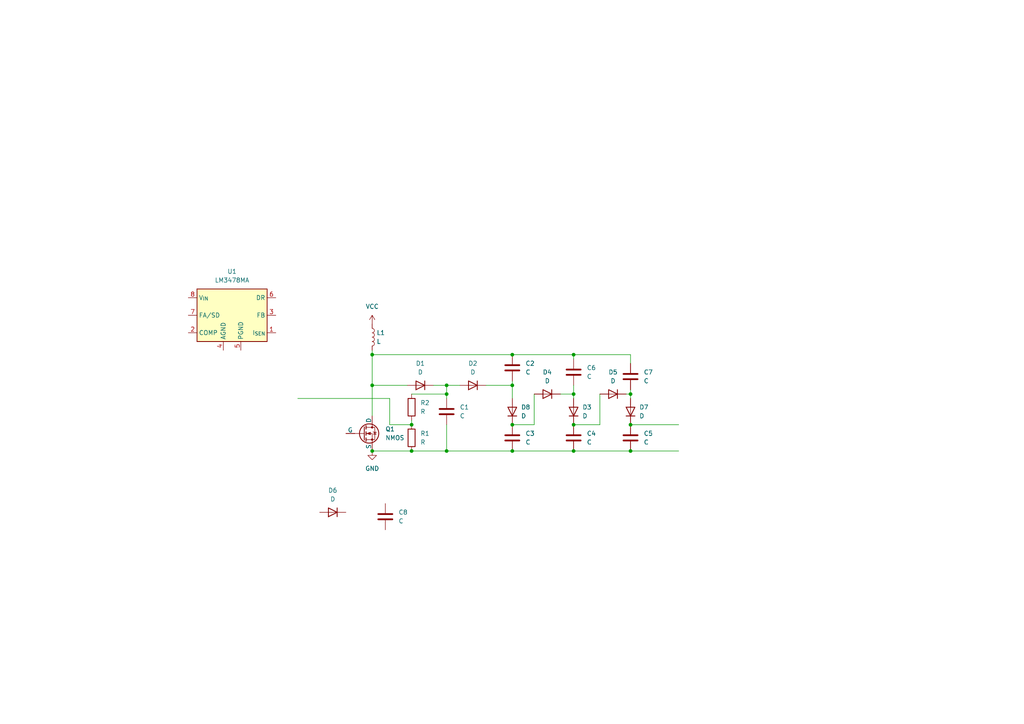
<source format=kicad_sch>
(kicad_sch (version 20230121) (generator eeschema)
  (paper "A4")
  (lib_symbols
    (symbol "Device:C" (pin_numbers hide) (pin_names (offset 0.254))
      (property "Reference" "C" (at 0.635 2.54 0))
      (property "Value" "C" (at 0.635 -2.54 0))
      (symbol "C_0_1"
        (polyline (pts (xy -2.032 -0.762) (xy 2.032 -0.762)) (stroke (width 0.508)))
        (polyline (pts (xy -2.032 0.762) (xy 2.032 0.762)) (stroke (width 0.508)))
      )
      (symbol "C_1_1"
        (pin passive line (at 0 3.81 270) (length 2.794) (name "~") (number "1"))
        (pin passive line (at 0 -3.81 90) (length 2.794) (name "~") (number "2"))
      )
    )
    (symbol "Device:D" (pin_numbers hide) (pin_names (offset 1.016) hide)
      (property "Reference" "D" (at 0 2.54 0))
      (property "Value" "D" (at 0 -2.54 0))
      (symbol "D_0_1"
        (polyline (pts (xy -1.27 1.27) (xy -1.27 -1.27)) (stroke (width 0.254)))
        (polyline (pts (xy 1.27 0) (xy -1.27 0)))
        (polyline (pts (xy 1.27 1.27) (xy 1.27 -1.27) (xy -1.27 0) (xy 1.27 1.27)) (stroke (width 0.254)))
      )
      (symbol "D_1_1"
        (pin passive line (at -3.81 0 0) (length 2.54) (name "K") (number "1"))
        (pin passive line (at 3.81 0 180) (length 2.54) (name "A") (number "2"))
      )
    )
    (symbol "Device:L" (pin_numbers hide) (pin_names (offset 1.016) hide)
      (property "Reference" "L" (at -1.27 0 90))
      (property "Value" "L" (at 1.905 0 90))
      (symbol "L_0_1"
        (arc (start 0 -2.54) (mid 0.6323 -1.905) (end 0 -1.27))
        (arc (start 0 -1.27) (mid 0.6323 -0.635) (end 0 0))
        (arc (start 0 0) (mid 0.6323 0.635) (end 0 1.27))
        (arc (start 0 1.27) (mid 0.6323 1.905) (end 0 2.54))
      )
      (symbol "L_1_1"
        (pin passive line (at 0 3.81 270) (length 1.27) (name "1") (number "1"))
        (pin passive line (at 0 -3.81 90) (length 1.27) (name "2") (number "2"))
      )
    )
    (symbol "Device:R" (pin_numbers hide) (pin_names (offset 0))
      (property "Reference" "R" (at 2.032 0 90))
      (property "Value" "R" (at 0 0 90))
      (symbol "R_0_1"
        (rectangle (start -1.016 -2.54) (end 1.016 2.54) (stroke (width 0.254)))
      )
      (symbol "R_1_1"
        (pin passive line (at 0 3.81 270) (length 1.27) (name "~") (number "1"))
        (pin passive line (at 0 -3.81 90) (length 1.27) (name "~") (number "2"))
      )
    )
    (symbol "Regulator_Controller:LM3478MA"
      (property "Reference" "U" (at -9.525 8.89 0))
      (property "Value" "LM3478MA" (at 5.08 8.89 0))
      (symbol "LM3478MA_0_1"
        (rectangle (start -10.16 7.62) (end 10.16 -7.62) (stroke (width 0.254)) (fill (type background)))
      )
      (symbol "LM3478MA_1_1"
        (pin input line (at 12.7 -5.08 180) (length 2.54) (name "I_{SEN}") (number "1"))
        (pin input line (at -12.7 -5.08 0) (length 2.54) (name "COMP") (number "2"))
        (pin input line (at 12.7 0 180) (length 2.54) (name "FB") (number "3"))
        (pin power_in line (at -2.54 -10.16 90) (length 2.54) (name "AGND") (number "4"))
        (pin power_in line (at 2.54 -10.16 90) (length 2.54) (name "PGND") (number "5"))
        (pin output line (at 12.7 5.08 180) (length 2.54) (name "DR") (number "6"))
        (pin input line (at -12.7 0 0) (length 2.54) (name "FA/SD") (number "7"))
        (pin power_in line (at -12.7 5.08 0) (length 2.54) (name "V_{IN}") (number "8"))
      )
    )
    (symbol "Simulation_SPICE:NMOS" (pin_numbers hide) (pin_names (offset 0))
      (property "Reference" "Q" (at 5.08 1.27 0))
      (property "Value" "NMOS" (at 5.08 -1.27 0))
      (symbol "NMOS_0_1"
        (polyline (pts (xy 0.254 0) (xy -2.54 0)))
        (polyline (pts (xy 0.254 1.905) (xy 0.254 -1.905)) (stroke (width 0.254)))
        (polyline (pts (xy 0.762 -1.27) (xy 0.762 -2.286)) (stroke (width 0.254)))
        (polyline (pts (xy 0.762 0.508) (xy 0.762 -0.508)) (stroke (width 0.254)))
        (polyline (pts (xy 0.762 2.286) (xy 0.762 1.27)) (stroke (width 0.254)))
        (polyline (pts (xy 2.54 2.54) (xy 2.54 1.778)))
        (polyline (pts (xy 2.54 -2.54) (xy 2.54 0) (xy 0.762 0)))
        (polyline (pts (xy 0.762 -1.778) (xy 3.302 -1.778) (xy 3.302 1.778) (xy 0.762 1.778)))
        (polyline (pts (xy 1.016 0) (xy 2.032 0.381) (xy 2.032 -0.381) (xy 1.016 0)) (fill (type outline)))
        (polyline (pts (xy 2.794 0.508) (xy 2.921 0.381) (xy 3.683 0.381) (xy 3.81 0.254)))
        (polyline (pts (xy 3.302 0.381) (xy 2.921 -0.254) (xy 3.683 -0.254) (xy 3.302 0.381)))
        (circle (center 1.651 0) (radius 2.794) (stroke (width 0.254)))
        (circle (center 2.54 -1.778) (radius 0.254) (fill (type outline)))
        (circle (center 2.54 1.778) (radius 0.254) (fill (type outline)))
      )
      (symbol "NMOS_1_1"
        (pin passive line (at 2.54 5.08 270) (length 2.54) (name "D") (number "1"))
        (pin input line (at -5.08 0 0) (length 2.54) (name "G") (number "2"))
        (pin passive line (at 2.54 -5.08 90) (length 2.54) (name "S") (number "3"))
      )
    )
    (symbol "power:GND" (power) (pin_names (offset 0))
      (property "Value" "GND" (at 0 -3.81 0))
      (symbol "GND_0_1"
        (polyline (pts (xy 0 0) (xy 0 -1.27) (xy 1.27 -1.27) (xy 0 -2.54) (xy -1.27 -1.27) (xy 0 -1.27)))
      )
      (symbol "GND_1_1"
        (pin power_in line (at 0 0 270) (length 0) hide (name "GND") (number "1"))
      )
    )
    (symbol "power:VCC" (power) (pin_names (offset 0))
      (property "Value" "VCC" (at 0 3.81 0))
      (symbol "VCC_0_1"
        (polyline (pts (xy -0.762 1.27) (xy 0 2.54)))
        (polyline (pts (xy 0 0) (xy 0 2.54)))
        (polyline (pts (xy 0 2.54) (xy 0.762 1.27)))
      )
      (symbol "VCC_1_1"
        (pin power_in line (at 0 0 90) (length 0) hide (name "VCC") (number "1"))
      )
    )
  )
  (junction (at 119.38 130.81))
  (junction (at 107.95 130.81))
  (junction (at 107.95 102.87))
  (junction (at 148.59 123.19))
  (junction (at 129.54 114.3))
  (junction (at 148.59 111.76))
  (junction (at 182.88 130.81))
  (junction (at 129.54 111.76))
  (junction (at 166.37 123.19))
  (junction (at 119.38 123.19))
  (junction (at 166.37 114.3))
  (junction (at 182.88 114.3))
  (junction (at 107.95 111.76))
  (junction (at 148.59 130.81))
  (junction (at 166.37 130.81))
  (junction (at 182.88 123.19))
  (junction (at 166.37 102.87))
  (junction (at 148.59 102.87))
  (junction (at 129.54 130.81))
  (wire (pts (xy 181.61 114.3) (xy 182.88 114.3)))
  (wire (pts (xy 107.95 130.81) (xy 119.38 130.81)))
  (wire (pts (xy 119.38 114.3) (xy 129.54 114.3)))
  (wire (pts (xy 182.88 105.41) (xy 182.88 102.87)))
  (wire (pts (xy 148.59 111.76) (xy 148.59 110.49)))
  (wire (pts (xy 119.38 130.81) (xy 129.54 130.81)))
  (wire (pts (xy 173.99 114.3) (xy 173.99 123.19)))
  (wire (pts (xy 148.59 130.81) (xy 166.37 130.81)))
  (wire (pts (xy 119.38 123.19) (xy 119.38 121.92)))
  (wire (pts (xy 182.88 114.3) (xy 182.88 115.57)))
  (wire (pts (xy 107.95 102.87) (xy 107.95 101.6)))
  (wire (pts (xy 107.95 102.87) (xy 148.59 102.87)))
  (wire (pts (xy 182.88 102.87) (xy 166.37 102.87)))
  (wire (pts (xy 154.94 123.19) (xy 148.59 123.19)))
  (wire (pts (xy 154.94 114.3) (xy 154.94 123.19)))
  (wire (pts (xy 166.37 111.76) (xy 166.37 114.3)))
  (wire (pts (xy 107.95 102.87) (xy 107.95 111.76)))
  (wire (pts (xy 113.03 123.19) (xy 113.03 115.57)))
  (wire (pts (xy 129.54 111.76) (xy 133.35 111.76)))
  (wire (pts (xy 86.36 115.57) (xy 113.03 115.57)))
  (wire (pts (xy 129.54 123.19) (xy 129.54 130.81)))
  (wire (pts (xy 182.88 114.3) (xy 182.88 113.03)))
  (wire (pts (xy 119.38 123.19) (xy 113.03 123.19)))
  (wire (pts (xy 166.37 102.87) (xy 166.37 104.14)))
  (wire (pts (xy 107.95 120.65) (xy 107.95 111.76)))
  (wire (pts (xy 129.54 130.81) (xy 148.59 130.81)))
  (wire (pts (xy 166.37 114.3) (xy 166.37 115.57)))
  (wire (pts (xy 129.54 111.76) (xy 129.54 114.3)))
  (wire (pts (xy 129.54 114.3) (xy 129.54 115.57)))
  (wire (pts (xy 107.95 111.76) (xy 118.11 111.76)))
  (wire (pts (xy 182.88 123.19) (xy 196.85 123.19)))
  (wire (pts (xy 162.56 114.3) (xy 166.37 114.3)))
  (wire (pts (xy 196.85 130.81) (xy 182.88 130.81)))
  (wire (pts (xy 166.37 130.81) (xy 182.88 130.81)))
  (wire (pts (xy 140.97 111.76) (xy 148.59 111.76)))
  (wire (pts (xy 148.59 115.57) (xy 148.59 111.76)))
  (wire (pts (xy 125.73 111.76) (xy 129.54 111.76)))
  (wire (pts (xy 173.99 123.19) (xy 166.37 123.19)))
  (wire (pts (xy 166.37 102.87) (xy 148.59 102.87)))
  (symbol (lib_id "Device:C") (at 148.59 106.68 0) (unit 1)
    (property "Reference" "C2" (at 152.4 105.41 0) (effects (justify left)))
    (property "Value" "C" (at 152.4 107.95 0) (effects (justify left)))
  )
  (symbol (lib_id "Device:C") (at 129.54 119.38 0) (unit 1)
    (property "Reference" "C1" (at 133.35 118.11 0) (effects (justify left)))
    (property "Value" "C" (at 133.35 120.65 0) (effects (justify left)))
  )
  (symbol (lib_id "Device:D") (at 148.59 119.38 90) (unit 1)
    (property "Reference" "D8" (at 151.13 118.11 90) (effects (justify right)))
    (property "Value" "D" (at 151.13 120.65 90) (effects (justify right)))
    (property "Sim.Device" "D" (effects hide))
    (property "Sim.Pins" "1=K 2=A" (effects hide))
  )
  (symbol (lib_id "Device:C") (at 166.37 107.95 0) (unit 1)
    (property "Reference" "C6" (at 170.18 106.68 0) (effects (justify left)))
    (property "Value" "C" (at 170.18 109.22 0) (effects (justify left)))
  )
  (symbol (lib_id "Device:D") (at 121.92 111.76 180) (unit 1)
    (property "Reference" "D1" (at 121.92 105.41 0))
    (property "Value" "D" (at 121.92 107.95 0))
    (property "Sim.Device" "D" (effects hide))
    (property "Sim.Pins" "1=K 2=A" (effects hide))
  )
  (symbol (lib_id "Device:D") (at 137.16 111.76 180) (unit 1)
    (property "Reference" "D2" (at 137.16 105.41 0))
    (property "Value" "D" (at 137.16 107.95 0))
    (property "Sim.Device" "D" (effects hide))
    (property "Sim.Pins" "1=K 2=A" (effects hide))
  )
  (symbol (lib_id "Device:R") (at 119.38 118.11 0) (unit 1)
    (property "Reference" "R2" (at 121.92 116.84 0) (effects (justify left)))
    (property "Value" "R" (at 121.92 119.38 0) (effects (justify left)))
  )
  (symbol (lib_id "Device:D") (at 177.8 114.3 180) (unit 1)
    (property "Reference" "D5" (at 177.8 107.95 0))
    (property "Value" "D" (at 177.8 110.49 0))
    (property "Sim.Device" "D" (effects hide))
    (property "Sim.Pins" "1=K 2=A" (effects hide))
  )
  (symbol (lib_id "Device:C") (at 182.88 127 0) (unit 1)
    (property "Reference" "C5" (at 186.69 125.73 0) (effects (justify left)))
    (property "Value" "C" (at 186.69 128.27 0) (effects (justify left)))
  )
  (symbol (lib_id "power:GND") (at 107.95 130.81 0) (unit 1)
    (property "Reference" "#PWR01" (effects hide))
    (property "Value" "GND" (at 107.95 135.89 0))
  )
  (symbol (lib_id "Device:C") (at 182.88 109.22 0) (unit 1)
    (property "Reference" "C7" (at 186.69 107.95 0) (effects (justify left)))
    (property "Value" "C" (at 186.69 110.49 0) (effects (justify left)))
  )
  (symbol (lib_id "Device:D") (at 96.52 148.59 180) (unit 1)
    (property "Reference" "D6" (at 96.52 142.24 0))
    (property "Value" "D" (at 96.52 144.78 0))
    (property "Sim.Device" "D" (effects hide))
    (property "Sim.Pins" "1=K 2=A" (effects hide))
  )
  (symbol (lib_id "Device:D") (at 182.88 119.38 90) (unit 1)
    (property "Reference" "D7" (at 185.42 118.11 90) (effects (justify right)))
    (property "Value" "D" (at 185.42 120.65 90) (effects (justify right)))
    (property "Sim.Device" "D" (effects hide))
    (property "Sim.Pins" "1=K 2=A" (effects hide))
  )
  (symbol (lib_id "Regulator_Controller:LM3478MA") (at 67.31 91.44 0) (unit 1)
    (property "Reference" "U1" (at 67.31 78.74 0))
    (property "Value" "LM3478MA" (at 67.31 81.28 0))
    (property "Footprint" "Package_SO:SOIC-8_3.9x4.9mm_P1.27mm" (effects hide))
    (property "Datasheet" "https://www.ti.com/lit/gpn/lm3478" (effects hide))
  )
  (symbol (lib_id "Device:L") (at 107.95 97.79 0) (unit 1)
    (property "Reference" "L1" (at 109.22 96.52 0) (effects (justify left)))
    (property "Value" "L" (at 109.22 99.06 0) (effects (justify left)))
  )
  (symbol (lib_id "Device:C") (at 148.59 127 0) (unit 1)
    (property "Reference" "C3" (at 152.4 125.73 0) (effects (justify left)))
    (property "Value" "C" (at 152.4 128.27 0) (effects (justify left)))
  )
  (symbol (lib_id "Device:C") (at 111.76 149.86 0) (unit 1)
    (property "Reference" "C8" (at 115.57 148.59 0) (effects (justify left)))
    (property "Value" "C" (at 115.57 151.13 0) (effects (justify left)))
  )
  (symbol (lib_id "power:VCC") (at 107.95 93.98 0) (unit 1)
    (property "Reference" "#PWR02" (effects hide))
    (property "Value" "VCC" (at 107.95 88.9 0))
  )
  (symbol (lib_id "Device:C") (at 166.37 127 0) (unit 1)
    (property "Reference" "C4" (at 170.18 125.73 0) (effects (justify left)))
    (property "Value" "C" (at 170.18 128.27 0) (effects (justify left)))
  )
  (symbol (lib_id "Device:D") (at 166.37 119.38 90) (unit 1)
    (property "Reference" "D3" (at 168.91 118.11 90) (effects (justify right)))
    (property "Value" "D" (at 168.91 120.65 90) (effects (justify right)))
    (property "Sim.Device" "D" (effects hide))
    (property "Sim.Pins" "1=K 2=A" (effects hide))
  )
  (symbol (lib_id "Simulation_SPICE:NMOS") (at 105.41 125.73 0) (unit 1)
    (property "Reference" "Q1" (at 111.76 124.46 0) (effects (justify left)))
    (property "Value" "NMOS" (at 111.76 127 0) (effects (justify left)))
    (property "Datasheet" "https://ngspice.sourceforge.io/docs/ngspice-manual.pdf" (effects hide))
    (property "Sim.Device" "NMOS" (effects hide))
    (property "Sim.Type" "VDMOS" (effects hide))
    (property "Sim.Pins" "1=D 2=G 3=S" (effects hide))
  )
  (symbol (lib_id "Device:D") (at 158.75 114.3 180) (unit 1)
    (property "Reference" "D4" (at 158.75 107.95 0))
    (property "Value" "D" (at 158.75 110.49 0))
    (property "Sim.Device" "D" (effects hide))
    (property "Sim.Pins" "1=K 2=A" (effects hide))
  )
  (symbol (lib_id "Device:R") (at 119.38 127 0) (unit 1)
    (property "Reference" "R1" (at 121.92 125.73 0) (effects (justify left)))
    (property "Value" "R" (at 121.92 128.27 0) (effects (justify left)))
  )
)
</source>
